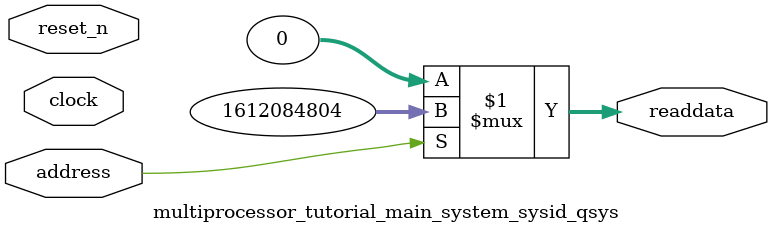
<source format=v>



// synthesis translate_off
`timescale 1ns / 1ps
// synthesis translate_on

// turn off superfluous verilog processor warnings 
// altera message_level Level1 
// altera message_off 10034 10035 10036 10037 10230 10240 10030 

module multiprocessor_tutorial_main_system_sysid_qsys (
               // inputs:
                address,
                clock,
                reset_n,

               // outputs:
                readdata
             )
;

  output  [ 31: 0] readdata;
  input            address;
  input            clock;
  input            reset_n;

  wire    [ 31: 0] readdata;
  //control_slave, which is an e_avalon_slave
  assign readdata = address ? 1612084804 : 0;

endmodule



</source>
